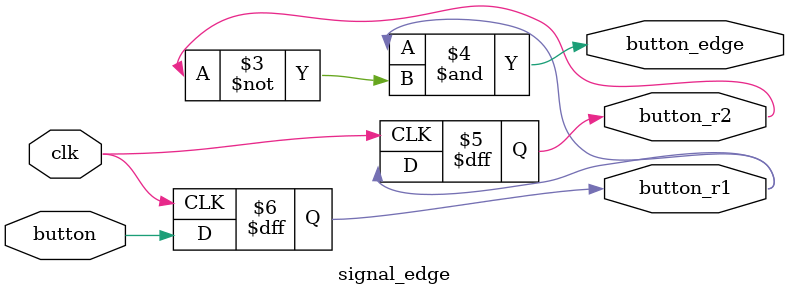
<source format=v>
`timescale 1ns / 1ps


module signal_edge(
    input clk,
    input button,
    output button_edge,
    output reg button_r1,button_r2);
    always@(posedge clk) button_r1 <= button;
    always@(posedge clk) button_r2 <= button_r1;
    assign button_edge = button_r1 & (~button_r2);
endmodule

    
</source>
